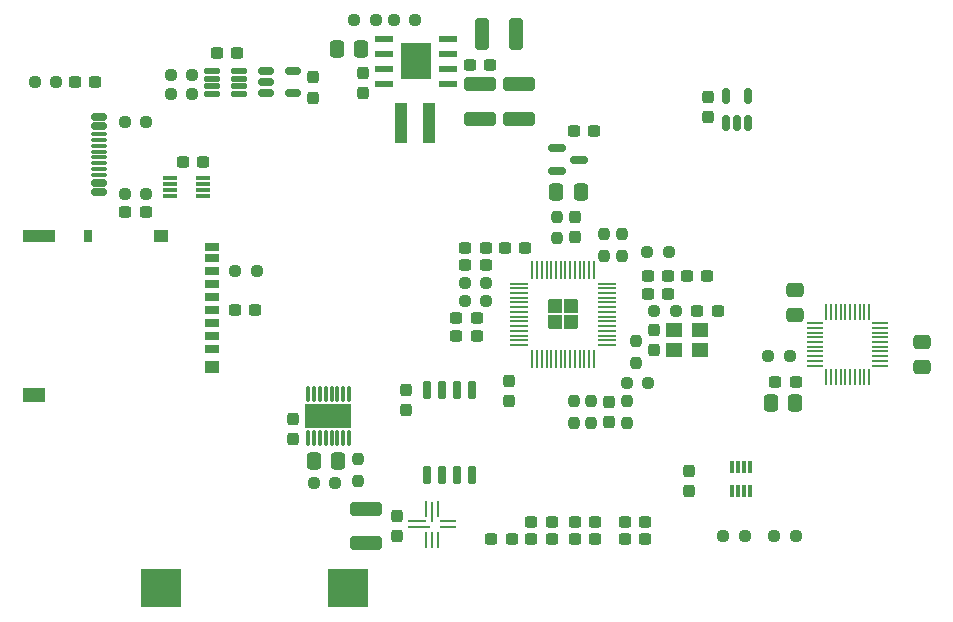
<source format=gbr>
%TF.GenerationSoftware,KiCad,Pcbnew,8.0.4-1.fc40*%
%TF.CreationDate,2024-09-05T19:31:19+01:00*%
%TF.ProjectId,better-lamp-controller,62657474-6572-42d6-9c61-6d702d636f6e,rev?*%
%TF.SameCoordinates,Original*%
%TF.FileFunction,Paste,Top*%
%TF.FilePolarity,Positive*%
%FSLAX46Y46*%
G04 Gerber Fmt 4.6, Leading zero omitted, Abs format (unit mm)*
G04 Created by KiCad (PCBNEW 8.0.4-1.fc40) date 2024-09-05 19:31:19*
%MOMM*%
%LPD*%
G01*
G04 APERTURE LIST*
G04 Aperture macros list*
%AMRoundRect*
0 Rectangle with rounded corners*
0 $1 Rounding radius*
0 $2 $3 $4 $5 $6 $7 $8 $9 X,Y pos of 4 corners*
0 Add a 4 corners polygon primitive as box body*
4,1,4,$2,$3,$4,$5,$6,$7,$8,$9,$2,$3,0*
0 Add four circle primitives for the rounded corners*
1,1,$1+$1,$2,$3*
1,1,$1+$1,$4,$5*
1,1,$1+$1,$6,$7*
1,1,$1+$1,$8,$9*
0 Add four rect primitives between the rounded corners*
20,1,$1+$1,$2,$3,$4,$5,0*
20,1,$1+$1,$4,$5,$6,$7,0*
20,1,$1+$1,$6,$7,$8,$9,0*
20,1,$1+$1,$8,$9,$2,$3,0*%
%AMFreePoly0*
4,1,19,0.563745,0.600348,0.608674,0.548497,0.619677,0.497915,0.619677,-0.497915,0.600348,-0.563745,0.548497,-0.608674,0.497915,-0.619677,-0.497915,-0.619677,-0.563745,-0.600348,-0.608674,-0.548497,-0.619677,-0.497915,-0.619677,0.397045,-0.600348,0.462875,-0.584014,0.483144,-0.483144,0.584014,-0.422927,0.616894,-0.397045,0.619677,0.497915,0.619677,0.563745,0.600348,0.563745,0.600348,
$1*%
%AMFreePoly1*
4,1,19,0.563745,0.600348,0.608674,0.548497,0.619677,0.497915,0.619677,-0.497915,0.600348,-0.563745,0.548497,-0.608674,0.497915,-0.619677,-0.397045,-0.619677,-0.462875,-0.600348,-0.483144,-0.584014,-0.584014,-0.483144,-0.616894,-0.422927,-0.619677,-0.397045,-0.619677,0.497915,-0.600348,0.563745,-0.548497,0.608674,-0.497915,0.619677,0.497915,0.619677,0.563745,0.600348,0.563745,0.600348,
$1*%
%AMFreePoly2*
4,1,19,0.462875,0.600348,0.483144,0.584014,0.584014,0.483144,0.616894,0.422927,0.619677,0.397045,0.619677,-0.497915,0.600348,-0.563745,0.548497,-0.608674,0.497915,-0.619677,-0.497915,-0.619677,-0.563745,-0.600348,-0.608674,-0.548497,-0.619677,-0.497915,-0.619677,0.497915,-0.600348,0.563745,-0.548497,0.608674,-0.497915,0.619677,0.397045,0.619677,0.462875,0.600348,0.462875,0.600348,
$1*%
%AMFreePoly3*
4,1,19,0.563745,0.600348,0.608674,0.548497,0.619677,0.497915,0.619677,-0.397045,0.600348,-0.462875,0.584014,-0.483144,0.483144,-0.584014,0.422927,-0.616894,0.397045,-0.619677,-0.497915,-0.619677,-0.563745,-0.600348,-0.608674,-0.548497,-0.619677,-0.497915,-0.619677,0.497915,-0.600348,0.563745,-0.548497,0.608674,-0.497915,0.619677,0.497915,0.619677,0.563745,0.600348,0.563745,0.600348,
$1*%
G04 Aperture macros list end*
%ADD10RoundRect,0.237500X0.300000X0.237500X-0.300000X0.237500X-0.300000X-0.237500X0.300000X-0.237500X0*%
%ADD11RoundRect,0.250000X-0.325000X-1.100000X0.325000X-1.100000X0.325000X1.100000X-0.325000X1.100000X0*%
%ADD12RoundRect,0.237500X0.250000X0.237500X-0.250000X0.237500X-0.250000X-0.237500X0.250000X-0.237500X0*%
%ADD13R,0.980000X3.400000*%
%ADD14RoundRect,0.237500X-0.250000X-0.237500X0.250000X-0.237500X0.250000X0.237500X-0.250000X0.237500X0*%
%ADD15RoundRect,0.237500X-0.300000X-0.237500X0.300000X-0.237500X0.300000X0.237500X-0.300000X0.237500X0*%
%ADD16R,0.300000X1.000000*%
%ADD17RoundRect,0.237500X-0.237500X0.300000X-0.237500X-0.300000X0.237500X-0.300000X0.237500X0.300000X0*%
%ADD18RoundRect,0.237500X0.237500X-0.300000X0.237500X0.300000X-0.237500X0.300000X-0.237500X-0.300000X0*%
%ADD19R,3.500000X3.300000*%
%ADD20RoundRect,0.250000X0.337500X0.475000X-0.337500X0.475000X-0.337500X-0.475000X0.337500X-0.475000X0*%
%ADD21R,1.200000X0.700000*%
%ADD22R,0.800000X1.000000*%
%ADD23R,1.200000X1.000000*%
%ADD24R,2.800000X1.000000*%
%ADD25R,1.900000X1.300000*%
%ADD26RoundRect,0.250000X-1.100000X0.325000X-1.100000X-0.325000X1.100000X-0.325000X1.100000X0.325000X0*%
%ADD27RoundRect,0.150000X-0.587500X-0.150000X0.587500X-0.150000X0.587500X0.150000X-0.587500X0.150000X0*%
%ADD28RoundRect,0.237500X0.237500X-0.250000X0.237500X0.250000X-0.237500X0.250000X-0.237500X-0.250000X0*%
%ADD29RoundRect,0.237500X-0.237500X0.250000X-0.237500X-0.250000X0.237500X-0.250000X0.237500X0.250000X0*%
%ADD30RoundRect,0.150000X0.150000X-0.512500X0.150000X0.512500X-0.150000X0.512500X-0.150000X-0.512500X0*%
%ADD31RoundRect,0.092500X-0.092500X0.557500X-0.092500X-0.557500X0.092500X-0.557500X0.092500X0.557500X0*%
%ADD32RoundRect,0.105000X-1.845000X0.945000X-1.845000X-0.945000X1.845000X-0.945000X1.845000X0.945000X0*%
%ADD33R,0.125000X0.125000*%
%ADD34O,0.200000X1.500000*%
%ADD35O,1.500000X0.200000*%
%ADD36RoundRect,0.250000X-0.337500X-0.475000X0.337500X-0.475000X0.337500X0.475000X-0.337500X0.475000X0*%
%ADD37R,1.400000X1.200000*%
%ADD38RoundRect,0.250000X-0.475000X0.337500X-0.475000X-0.337500X0.475000X-0.337500X0.475000X0.337500X0*%
%ADD39RoundRect,0.150000X0.150000X-0.650000X0.150000X0.650000X-0.150000X0.650000X-0.150000X-0.650000X0*%
%ADD40RoundRect,0.150000X-0.512500X-0.150000X0.512500X-0.150000X0.512500X0.150000X-0.512500X0.150000X0*%
%ADD41RoundRect,0.250000X1.100000X-0.325000X1.100000X0.325000X-1.100000X0.325000X-1.100000X-0.325000X0*%
%ADD42RoundRect,0.150000X-0.500000X0.150000X-0.500000X-0.150000X0.500000X-0.150000X0.500000X0.150000X0*%
%ADD43RoundRect,0.075000X-0.575000X0.075000X-0.575000X-0.075000X0.575000X-0.075000X0.575000X0.075000X0*%
%ADD44RoundRect,0.062500X-0.062500X0.625000X-0.062500X-0.625000X0.062500X-0.625000X0.062500X0.625000X0*%
%ADD45RoundRect,0.062500X-0.062500X0.825000X-0.062500X-0.825000X0.062500X-0.825000X0.062500X0.825000X0*%
%ADD46RoundRect,0.062500X0.687500X0.062500X-0.687500X0.062500X-0.687500X-0.062500X0.687500X-0.062500X0*%
%ADD47RoundRect,0.062500X-0.837500X-0.062500X0.837500X-0.062500X0.837500X0.062500X-0.837500X0.062500X0*%
%ADD48RoundRect,0.062500X0.062500X-0.650000X0.062500X0.650000X-0.062500X0.650000X-0.062500X-0.650000X0*%
%ADD49RoundRect,0.062500X-0.637500X-0.062500X0.637500X-0.062500X0.637500X0.062500X-0.637500X0.062500X0*%
%ADD50R,2.600000X3.100000*%
%ADD51R,1.550000X0.600000*%
%ADD52RoundRect,0.087500X-0.537500X-0.087500X0.537500X-0.087500X0.537500X0.087500X-0.537500X0.087500X0*%
%ADD53RoundRect,0.250000X0.475000X-0.337500X0.475000X0.337500X-0.475000X0.337500X-0.475000X-0.337500X0*%
%ADD54RoundRect,0.125000X-0.537500X-0.125000X0.537500X-0.125000X0.537500X0.125000X-0.537500X0.125000X0*%
%ADD55FreePoly0,90.000000*%
%ADD56FreePoly1,90.000000*%
%ADD57FreePoly2,90.000000*%
%ADD58FreePoly3,90.000000*%
%ADD59RoundRect,0.050000X0.050000X-0.700000X0.050000X0.700000X-0.050000X0.700000X-0.050000X-0.700000X0*%
%ADD60RoundRect,0.050000X0.700000X-0.050000X0.700000X0.050000X-0.700000X0.050000X-0.700000X-0.050000X0*%
G04 APERTURE END LIST*
D10*
%TO.C,C39*%
X124900000Y-119900000D03*
X123175000Y-119900000D03*
%TD*%
D11*
%TO.C,C14*%
X115300000Y-77100000D03*
X118250000Y-77100000D03*
%TD*%
D12*
%TO.C,R11*%
X79300000Y-81200000D03*
X77475000Y-81200000D03*
%TD*%
D13*
%TO.C,L1*%
X108450000Y-84650000D03*
X110820000Y-84650000D03*
%TD*%
D14*
%TO.C,R26*%
X113875000Y-98200000D03*
X115700000Y-98200000D03*
%TD*%
D15*
%TO.C,C24*%
X113925000Y-95200000D03*
X115650000Y-95200000D03*
%TD*%
D14*
%TO.C,R25*%
X113875000Y-99700000D03*
X115700000Y-99700000D03*
%TD*%
D16*
%TO.C,U12*%
X136500000Y-115787500D03*
X137000000Y-115787500D03*
X137500000Y-115787500D03*
X138000000Y-115787500D03*
X138000000Y-113787500D03*
X137500000Y-113787500D03*
X137000000Y-113787500D03*
X136500000Y-113787500D03*
%TD*%
D17*
%TO.C,C26*%
X108900000Y-107225000D03*
X108900000Y-108950000D03*
%TD*%
D12*
%TO.C,R24*%
X102925000Y-115162500D03*
X101100000Y-115162500D03*
%TD*%
D15*
%TO.C,C35*%
X132700000Y-97600000D03*
X134425000Y-97600000D03*
%TD*%
D14*
%TO.C,R4*%
X139575000Y-104400000D03*
X141400000Y-104400000D03*
%TD*%
D18*
%TO.C,C44*%
X99300000Y-111437500D03*
X99300000Y-109712500D03*
%TD*%
D15*
%TO.C,C25*%
X116137500Y-119900000D03*
X117862500Y-119900000D03*
%TD*%
D10*
%TO.C,C16*%
X131075000Y-97600000D03*
X129350000Y-97600000D03*
%TD*%
D15*
%TO.C,C17*%
X113175000Y-102700000D03*
X114900000Y-102700000D03*
%TD*%
%TO.C,C27*%
X133575000Y-100600000D03*
X135300000Y-100600000D03*
%TD*%
D19*
%TO.C,BT1*%
X88200000Y-124000000D03*
X104000000Y-124000000D03*
%TD*%
D20*
%TO.C,C5*%
X141850000Y-108350000D03*
X139775000Y-108350000D03*
%TD*%
D18*
%TO.C,C47*%
X132900000Y-115825000D03*
X132900000Y-114100000D03*
%TD*%
D21*
%TO.C,J2*%
X92500000Y-103800000D03*
X92500000Y-102700000D03*
X92500000Y-101600000D03*
X92500000Y-100500000D03*
X92500000Y-99400000D03*
X92500000Y-98300000D03*
X92500000Y-97200000D03*
X92500000Y-96100000D03*
X92500000Y-95150000D03*
D22*
X82000000Y-94200000D03*
D23*
X88200000Y-94200000D03*
D24*
X77850000Y-94200000D03*
D23*
X92500000Y-105350000D03*
D25*
X77400000Y-107700000D03*
%TD*%
D26*
%TO.C,C7*%
X105525000Y-117300000D03*
X105525000Y-120250000D03*
%TD*%
D14*
%TO.C,R15*%
X94425000Y-97200000D03*
X96250000Y-97200000D03*
%TD*%
D27*
%TO.C,U11*%
X121700000Y-86800000D03*
X121700000Y-88700000D03*
X123575000Y-87750000D03*
%TD*%
D14*
%TO.C,R5*%
X129900000Y-100600000D03*
X131725000Y-100600000D03*
%TD*%
D28*
%TO.C,R3*%
X125700000Y-95900000D03*
X125700000Y-94075000D03*
%TD*%
D15*
%TO.C,C42*%
X119500000Y-119900000D03*
X121225000Y-119900000D03*
%TD*%
D29*
%TO.C,R6*%
X123100000Y-108200000D03*
X123100000Y-110025000D03*
%TD*%
D15*
%TO.C,C8*%
X80875000Y-81200000D03*
X82600000Y-81200000D03*
%TD*%
%TO.C,C15*%
X113925000Y-96700000D03*
X115650000Y-96700000D03*
%TD*%
D30*
%TO.C,U6*%
X136000000Y-84675000D03*
X136950000Y-84675000D03*
X137900000Y-84675000D03*
X137900000Y-82400000D03*
X136000000Y-82400000D03*
%TD*%
D29*
%TO.C,R8*%
X127600000Y-108200000D03*
X127600000Y-110025000D03*
%TD*%
D15*
%TO.C,C23*%
X113175000Y-101200000D03*
X114900000Y-101200000D03*
%TD*%
D12*
%TO.C,R22*%
X131150000Y-95600000D03*
X129325000Y-95600000D03*
%TD*%
%TO.C,R17*%
X90825000Y-80600000D03*
X89000000Y-80600000D03*
%TD*%
D14*
%TO.C,R21*%
X107850000Y-75950000D03*
X109675000Y-75950000D03*
%TD*%
D31*
%TO.C,U10*%
X104100000Y-107612500D03*
X103600000Y-107612500D03*
X103100000Y-107612500D03*
X102600000Y-107612500D03*
X102100000Y-107612500D03*
X101600000Y-107612500D03*
X101100000Y-107612500D03*
X100600000Y-107612500D03*
X104100000Y-111312500D03*
X103600000Y-111312500D03*
X103100000Y-111312500D03*
X102600000Y-111312500D03*
X102100000Y-111312500D03*
X101600000Y-111312500D03*
X101100000Y-111312500D03*
X100600000Y-111312500D03*
D32*
X102335000Y-109462500D03*
%TD*%
D10*
%TO.C,C9*%
X91725000Y-88000000D03*
X90000000Y-88000000D03*
%TD*%
D33*
%TO.C,U1*%
X144987500Y-104712500D03*
X145862500Y-104712500D03*
X146737500Y-104712500D03*
X147612500Y-104712500D03*
X144987500Y-103837500D03*
X145862500Y-103837500D03*
X146737500Y-103837500D03*
X147612500Y-103837500D03*
X144987500Y-102962500D03*
X145862500Y-102962500D03*
X146737500Y-102962500D03*
X147612500Y-102962500D03*
X144987500Y-102087500D03*
X145862500Y-102087500D03*
X146737500Y-102087500D03*
X147612500Y-102087500D03*
D34*
X144500000Y-106150000D03*
X144900000Y-106150000D03*
X145300000Y-106150000D03*
X145700000Y-106150000D03*
X146100000Y-106150000D03*
X146500000Y-106150000D03*
X146900000Y-106150000D03*
X147300000Y-106150000D03*
X147700000Y-106150000D03*
X148100000Y-106150000D03*
D35*
X149050000Y-105200000D03*
X149050000Y-104800000D03*
X149050000Y-104400000D03*
X149050000Y-104000000D03*
X149050000Y-103600000D03*
X149050000Y-103200000D03*
X149050000Y-102800000D03*
X149050000Y-102400000D03*
X149050000Y-102000000D03*
X149050000Y-101600000D03*
D34*
X148100000Y-100650000D03*
X147700000Y-100650000D03*
X147300000Y-100650000D03*
X146900000Y-100650000D03*
X146500000Y-100650000D03*
X146100000Y-100650000D03*
X145700000Y-100650000D03*
X145300000Y-100650000D03*
X144900000Y-100650000D03*
X144500000Y-100650000D03*
D35*
X143550000Y-101600000D03*
X143550000Y-102000000D03*
X143550000Y-102400000D03*
X143550000Y-102800000D03*
X143550000Y-103200000D03*
X143550000Y-103600000D03*
X143550000Y-104000000D03*
X143550000Y-104400000D03*
X143550000Y-104800000D03*
X143550000Y-105200000D03*
%TD*%
D17*
%TO.C,C10*%
X101000000Y-80800000D03*
X101000000Y-82525000D03*
%TD*%
D15*
%TO.C,C45*%
X123125000Y-85300000D03*
X124850000Y-85300000D03*
%TD*%
D14*
%TO.C,R14*%
X127575000Y-106700000D03*
X129400000Y-106700000D03*
%TD*%
D36*
%TO.C,C36*%
X101075000Y-113300000D03*
X103150000Y-113300000D03*
%TD*%
D37*
%TO.C,Y1*%
X133825000Y-102200000D03*
X131625000Y-102200000D03*
X131625000Y-103900000D03*
X133825000Y-103900000D03*
%TD*%
D38*
%TO.C,C4*%
X152600000Y-103200000D03*
X152600000Y-105275000D03*
%TD*%
D28*
%TO.C,R23*%
X104800000Y-114925000D03*
X104800000Y-113100000D03*
%TD*%
%TO.C,R1*%
X121700000Y-94425000D03*
X121700000Y-92600000D03*
%TD*%
D39*
%TO.C,U5*%
X110695000Y-114450000D03*
X111965000Y-114450000D03*
X113235000Y-114450000D03*
X114505000Y-114450000D03*
X114505000Y-107250000D03*
X113235000Y-107250000D03*
X111965000Y-107250000D03*
X110695000Y-107250000D03*
%TD*%
D17*
%TO.C,C21*%
X123200000Y-92625000D03*
X123200000Y-94350000D03*
%TD*%
D18*
%TO.C,C19*%
X126100000Y-110000000D03*
X126100000Y-108275000D03*
%TD*%
D14*
%TO.C,R20*%
X104537500Y-75950000D03*
X106362500Y-75950000D03*
%TD*%
D15*
%TO.C,C12*%
X85137500Y-92200000D03*
X86862500Y-92200000D03*
%TD*%
D17*
%TO.C,C6*%
X108125000Y-117925000D03*
X108125000Y-119650000D03*
%TD*%
D10*
%TO.C,C2*%
X94625000Y-78700000D03*
X92900000Y-78700000D03*
%TD*%
D40*
%TO.C,U8*%
X97075000Y-80250000D03*
X97075000Y-81200000D03*
X97075000Y-82150000D03*
X99350000Y-82150000D03*
X99350000Y-80250000D03*
%TD*%
D41*
%TO.C,C34*%
X118450000Y-84300000D03*
X118450000Y-81350000D03*
%TD*%
D15*
%TO.C,C38*%
X127437500Y-118400000D03*
X129162500Y-118400000D03*
%TD*%
D18*
%TO.C,C18*%
X117600000Y-108225000D03*
X117600000Y-106500000D03*
%TD*%
D42*
%TO.C,J3*%
X82900000Y-84120000D03*
X82900000Y-84920000D03*
D43*
X82900000Y-86070000D03*
X82900000Y-87070000D03*
X82900000Y-87570000D03*
X82900000Y-88570000D03*
D42*
X82900000Y-89720000D03*
X82900000Y-90520000D03*
X82900000Y-90520000D03*
X82900000Y-89720000D03*
D43*
X82900000Y-89070000D03*
X82900000Y-88070000D03*
X82900000Y-86570000D03*
X82900000Y-85570000D03*
D42*
X82900000Y-84920000D03*
X82900000Y-84120000D03*
%TD*%
D29*
%TO.C,R7*%
X124600000Y-108200000D03*
X124600000Y-110025000D03*
%TD*%
D15*
%TO.C,C30*%
X114300000Y-79750000D03*
X116025000Y-79750000D03*
%TD*%
D17*
%TO.C,C32*%
X105250000Y-80400000D03*
X105250000Y-82125000D03*
%TD*%
D10*
%TO.C,C20*%
X131075000Y-99100000D03*
X129350000Y-99100000D03*
%TD*%
D12*
%TO.C,R28*%
X141925000Y-119600000D03*
X140100000Y-119600000D03*
%TD*%
D44*
%TO.C,U4*%
X111625000Y-117350000D03*
D45*
X111125000Y-117550000D03*
D44*
X110625000Y-117350000D03*
D46*
X109875000Y-118387500D03*
D47*
X110025000Y-118887500D03*
D48*
X110625000Y-119950000D03*
X111125000Y-119950000D03*
X111625000Y-119950000D03*
D49*
X112425000Y-118887500D03*
X112425000Y-118387500D03*
%TD*%
D15*
%TO.C,C37*%
X127437500Y-119900000D03*
X129162500Y-119900000D03*
%TD*%
D14*
%TO.C,R27*%
X135775000Y-119600000D03*
X137600000Y-119600000D03*
%TD*%
D28*
%TO.C,R2*%
X127200000Y-95900000D03*
X127200000Y-94075000D03*
%TD*%
D36*
%TO.C,C46*%
X121625000Y-90500000D03*
X123700000Y-90500000D03*
%TD*%
D50*
%TO.C,U9*%
X109750000Y-79445000D03*
D51*
X112450000Y-81350000D03*
X112450000Y-80080000D03*
X112450000Y-78810000D03*
X112450000Y-77540000D03*
X107050000Y-77540000D03*
X107050000Y-78810000D03*
X107050000Y-80080000D03*
X107050000Y-81350000D03*
%TD*%
D15*
%TO.C,C22*%
X117275000Y-95200000D03*
X119000000Y-95200000D03*
%TD*%
D10*
%TO.C,C40*%
X124900000Y-118400000D03*
X123175000Y-118400000D03*
%TD*%
%TO.C,C3*%
X141900000Y-106600000D03*
X140175000Y-106600000D03*
%TD*%
D29*
%TO.C,R13*%
X128400000Y-103125000D03*
X128400000Y-104950000D03*
%TD*%
D52*
%TO.C,U2*%
X88950000Y-89350000D03*
X88950000Y-89850000D03*
X88950000Y-90350000D03*
X88950000Y-90850000D03*
X91750000Y-90850000D03*
X91750000Y-90350000D03*
X91750000Y-89850000D03*
X91750000Y-89350000D03*
%TD*%
D15*
%TO.C,C43*%
X94425000Y-100500000D03*
X96150000Y-100500000D03*
%TD*%
D14*
%TO.C,R16*%
X89000000Y-82200000D03*
X90825000Y-82200000D03*
%TD*%
%TO.C,R9*%
X85100000Y-84600000D03*
X86925000Y-84600000D03*
%TD*%
D17*
%TO.C,C29*%
X134500000Y-82437500D03*
X134500000Y-84162500D03*
%TD*%
D53*
%TO.C,C1*%
X141800000Y-100900000D03*
X141800000Y-98825000D03*
%TD*%
D54*
%TO.C,U7*%
X92500000Y-80250000D03*
X92500000Y-80900000D03*
X92500000Y-81550000D03*
X92500000Y-82200000D03*
X94775000Y-82200000D03*
X94775000Y-81550000D03*
X94775000Y-80900000D03*
X94775000Y-80250000D03*
%TD*%
D41*
%TO.C,C33*%
X115150000Y-84300000D03*
X115150000Y-81350000D03*
%TD*%
D14*
%TO.C,R10*%
X85100000Y-90700000D03*
X86925000Y-90700000D03*
%TD*%
D17*
%TO.C,C28*%
X129875000Y-102175000D03*
X129875000Y-103900000D03*
%TD*%
D10*
%TO.C,C41*%
X121225000Y-118400000D03*
X119500000Y-118400000D03*
%TD*%
D55*
%TO.C,U3*%
X121525000Y-101525000D03*
D56*
X122875000Y-101525000D03*
D57*
X121525000Y-100175000D03*
D58*
X122875000Y-100175000D03*
D59*
X119600000Y-104600000D03*
X120000000Y-104600000D03*
X120400000Y-104600000D03*
X120800000Y-104600000D03*
X121200000Y-104600000D03*
X121600000Y-104600000D03*
X122000000Y-104600000D03*
X122400000Y-104600000D03*
X122800000Y-104600000D03*
X123200000Y-104600000D03*
X123600000Y-104600000D03*
X124000000Y-104600000D03*
X124400000Y-104600000D03*
X124800000Y-104600000D03*
D60*
X125950000Y-103450000D03*
X125950000Y-103050000D03*
X125950000Y-102650000D03*
X125950000Y-102250000D03*
X125950000Y-101850000D03*
X125950000Y-101450000D03*
X125950000Y-101050000D03*
X125950000Y-100650000D03*
X125950000Y-100250000D03*
X125950000Y-99850000D03*
X125950000Y-99450000D03*
X125950000Y-99050000D03*
X125950000Y-98650000D03*
X125950000Y-98250000D03*
D59*
X124800000Y-97100000D03*
X124400000Y-97100000D03*
X124000000Y-97100000D03*
X123600000Y-97100000D03*
X123200000Y-97100000D03*
X122800000Y-97100000D03*
X122400000Y-97100000D03*
X122000000Y-97100000D03*
X121600000Y-97100000D03*
X121200000Y-97100000D03*
X120800000Y-97100000D03*
X120400000Y-97100000D03*
X120000000Y-97100000D03*
X119600000Y-97100000D03*
D60*
X118450000Y-98250000D03*
X118450000Y-98650000D03*
X118450000Y-99050000D03*
X118450000Y-99450000D03*
X118450000Y-99850000D03*
X118450000Y-100250000D03*
X118450000Y-100650000D03*
X118450000Y-101050000D03*
X118450000Y-101450000D03*
X118450000Y-101850000D03*
X118450000Y-102250000D03*
X118450000Y-102650000D03*
X118450000Y-103050000D03*
X118450000Y-103450000D03*
%TD*%
D20*
%TO.C,C31*%
X105100000Y-78400000D03*
X103025000Y-78400000D03*
%TD*%
M02*

</source>
